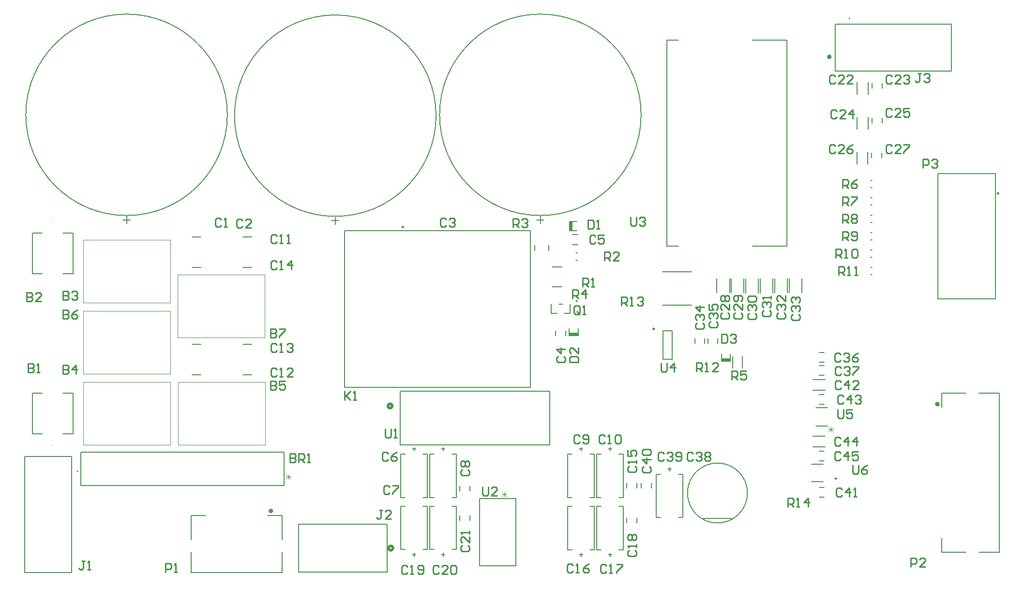
<source format=gto>
G04*
G04 #@! TF.GenerationSoftware,Altium Limited,Altium Designer,24.10.1 (45)*
G04*
G04 Layer_Color=65535*
%FSLAX44Y44*%
%MOMM*%
G71*
G04*
G04 #@! TF.SameCoordinates,05503BBC-DAE6-461F-9388-7E2EE6D9866D*
G04*
G04*
G04 #@! TF.FilePolarity,Positive*
G04*
G01*
G75*
%ADD10C,0.4000*%
%ADD11C,0.2500*%
%ADD12C,0.1524*%
%ADD13C,0.5080*%
%ADD14C,0.2000*%
%ADD15C,0.1000*%
%ADD16C,0.1500*%
%ADD17C,0.1270*%
%ADD18C,0.2540*%
%ADD19C,0.0762*%
%ADD20R,1.5870X0.5080*%
%ADD21R,0.5080X1.5870*%
D10*
X693947Y369964D02*
G03*
X693947Y369964I-2000J0D01*
G01*
X1859960Y556880D02*
G03*
X1859960Y556880I-2000J0D01*
G01*
X1670831Y1164883D02*
G03*
X1670831Y1164883I-2000J0D01*
G01*
D11*
X1965370Y925840D02*
G03*
X1965370Y925840I-1250J0D01*
G01*
X923807Y866890D02*
G03*
X923807Y866890I-1250J0D01*
G01*
X1362979Y688760D02*
G03*
X1362979Y688760I-1250J0D01*
G01*
X1681498Y426550D02*
G03*
X1681498Y426550I-1250J0D01*
G01*
D12*
X1228090Y737108D02*
G03*
X1228090Y737108I-1270J0D01*
G01*
X1339596Y1063460D02*
G03*
X1339596Y1063460I-176276J0D01*
G01*
X615696D02*
G03*
X615696Y1063460I-176276J0D01*
G01*
X980826Y1061983D02*
G03*
X980826Y1061983I-176276J0D01*
G01*
X359480Y472694D02*
X715080D01*
X359480Y414274D02*
Y472694D01*
Y414274D02*
X715080D01*
Y472694D01*
X1205001Y715645D02*
X1215390D01*
Y732155D01*
X1182370Y715645D02*
X1192759D01*
X1182370D02*
Y732155D01*
X1195476D02*
X1202284D01*
X1163320Y873214D02*
Y885914D01*
X1156970Y879564D02*
X1169670D01*
X918210Y485140D02*
Y579120D01*
X1179830D01*
Y485140D02*
Y579120D01*
X918210Y485140D02*
X1179830D01*
X1057070Y391668D02*
X1120570D01*
Y273812D02*
Y391668D01*
X1057070Y273812D02*
X1120570D01*
X1057070D02*
Y391668D01*
X1376707Y788670D02*
X1427453D01*
X1376707Y730250D02*
X1427453D01*
X895350Y262509D02*
Y347091D01*
X740410Y262509D02*
X895350D01*
X740410D02*
Y347091D01*
X895350D01*
X433070Y879564D02*
X445770D01*
X439420Y873214D02*
Y885914D01*
X798201Y878087D02*
X810901D01*
X804551Y871737D02*
Y884437D01*
X1645732Y550398D02*
X1665798D01*
X1645732Y518902D02*
X1665798D01*
D13*
X904240Y553720D02*
G03*
X904240Y553720I-3810J0D01*
G01*
X905510Y304800D02*
G03*
X905510Y304800I-3810J0D01*
G01*
D14*
X354260Y439420D02*
G03*
X354260Y439420I-1000J0D01*
G01*
X1705340Y1232100D02*
G03*
X1705340Y1232100I-1000J0D01*
G01*
X1741440Y844150D02*
X1743440D01*
X1741440Y857650D02*
X1743440D01*
X552447Y319714D02*
Y362214D01*
Y261714D02*
Y297214D01*
Y362214D02*
X577447D01*
X686447D02*
X711447D01*
X552447Y261714D02*
X711447D01*
Y319714D02*
Y362214D01*
Y261714D02*
Y297214D01*
X1959370Y740840D02*
Y960840D01*
X1858870Y740840D02*
X1959370D01*
X1858870D02*
Y960840D01*
X1959370D01*
X1573298Y752009D02*
Y777071D01*
X1595798Y752009D02*
Y777071D01*
X1522498Y751647D02*
Y776709D01*
X1544998Y751647D02*
Y776709D01*
X1547898Y751647D02*
Y776709D01*
X1570398Y751647D02*
Y776709D01*
X1472110Y751985D02*
Y777047D01*
X1494610Y751985D02*
Y777047D01*
X1598698Y752009D02*
Y777071D01*
X1621198Y752009D02*
Y777071D01*
X1497098Y752009D02*
Y777071D01*
X1519598Y752009D02*
Y777071D01*
X820957Y586591D02*
X1146057D01*
Y860890D01*
X820957D02*
X1146057D01*
X820957Y586591D02*
Y860890D01*
X1930710Y576380D02*
X1966210D01*
X1865710D02*
X1908210D01*
X1966210Y297380D02*
Y576380D01*
X1865710Y551380D02*
Y576380D01*
Y297380D02*
Y322380D01*
X1930710Y297380D02*
X1966210D01*
X1865710D02*
X1908210D01*
X1219980Y853808D02*
X1228453D01*
X1219980Y836308D02*
X1228453D01*
X1178360Y826080D02*
Y835080D01*
X1153360Y826080D02*
Y835080D01*
X1451090Y663125D02*
Y671598D01*
X1433590Y663125D02*
Y671598D01*
X1480292Y632351D02*
X1495792D01*
X1480292D02*
Y645051D01*
X1495792Y632351D02*
Y645051D01*
X1516862Y620168D02*
Y640289D01*
X1499862Y620168D02*
Y640289D01*
X1473950Y663189D02*
Y671661D01*
X1456450Y663189D02*
Y671661D01*
X1213990Y676910D02*
X1229490D01*
X1213990D02*
Y689610D01*
X1229490Y676910D02*
Y689610D01*
X1741350Y918610D02*
X1743350D01*
X1741350Y905110D02*
X1743350D01*
X1741440Y888130D02*
X1743440D01*
X1741440Y874630D02*
X1743440D01*
X1741360Y949090D02*
X1743360D01*
X1741360Y935590D02*
X1743360D01*
X1741440Y827170D02*
X1743440D01*
X1741440Y813670D02*
X1743440D01*
X1741440Y796690D02*
X1743440D01*
X1741440Y783190D02*
X1743440D01*
X1736102Y977584D02*
Y998522D01*
X1717039Y977584D02*
Y998522D01*
X1743221Y988303D02*
Y996776D01*
X1760720Y988303D02*
Y996776D01*
X1357490Y409847D02*
Y418320D01*
X1339990Y409847D02*
Y418320D01*
X1234440Y475420D02*
Y481420D01*
X1231440Y478420D02*
X1237440D01*
X1211440Y393420D02*
X1219040D01*
X1249840D02*
X1257440D01*
Y469420D01*
X1211440D02*
X1219040D01*
X1249840D02*
X1257440D01*
X1211440Y393420D02*
Y469420D01*
X1234440Y289980D02*
Y295980D01*
X1231440Y292980D02*
X1237440D01*
X1249840Y377980D02*
X1257440D01*
X1211440D02*
X1219040D01*
X1211440Y301980D02*
Y377980D01*
X1249840Y301980D02*
X1257440D01*
X1211440D02*
X1219040D01*
X1257440D02*
Y377980D01*
X1285240Y289980D02*
Y295980D01*
X1282240Y292980D02*
X1288240D01*
X1300640Y377980D02*
X1308240D01*
X1262240D02*
X1269840D01*
X1262240Y301980D02*
Y377980D01*
X1300640Y301980D02*
X1308240D01*
X1262240D02*
X1269840D01*
X1308240D02*
Y377980D01*
X1332090Y348824D02*
Y357297D01*
X1314590Y348824D02*
Y357297D01*
Y409847D02*
Y418320D01*
X1332090Y409847D02*
Y418320D01*
X1285240Y475420D02*
Y481420D01*
X1282240Y478420D02*
X1288240D01*
X1262240Y393420D02*
X1269840D01*
X1300640D02*
X1308240D01*
Y469420D01*
X1262240D02*
X1269840D01*
X1300640D02*
X1308240D01*
X1262240Y393420D02*
Y469420D01*
X1366380Y358240D02*
Y434240D01*
X1404780D02*
X1412380D01*
X1366380D02*
X1373980D01*
X1412380Y358240D02*
Y434240D01*
X1404780Y358240D02*
X1412380D01*
X1366380D02*
X1373980D01*
X1386380Y443241D02*
X1392380D01*
X1389380Y440240D02*
Y446240D01*
X1736811Y1099511D02*
Y1120449D01*
X1717749Y1099511D02*
Y1120449D01*
X1743930Y1110760D02*
Y1119233D01*
X1761429Y1110760D02*
Y1119233D01*
X1736811Y1038551D02*
Y1059489D01*
X1717749Y1038551D02*
Y1059489D01*
X1743930Y1049334D02*
Y1057806D01*
X1761429Y1049334D02*
Y1057806D01*
X1651465Y411320D02*
X1659938D01*
X1651465Y393820D02*
X1659938D01*
X1640216Y580999D02*
X1661154D01*
X1640216Y600061D02*
X1661154D01*
X1651529Y573880D02*
X1660002D01*
X1651529Y556381D02*
X1660002D01*
X1640746Y481939D02*
X1661684D01*
X1640746Y501001D02*
X1661684D01*
X1651465Y474820D02*
X1659938D01*
X1651465Y457321D02*
X1659938D01*
X1214880Y860930D02*
Y876430D01*
X1227580D01*
X1214880Y860930D02*
X1227580D01*
X274330Y505370D02*
X291880D01*
X274330D02*
Y576470D01*
X291880D01*
X327880D02*
X345430D01*
Y505370D02*
Y576470D01*
X327880Y505370D02*
X345430D01*
X274330Y856578D02*
X291880D01*
X274330Y785478D02*
Y856578D01*
Y785478D02*
X291880D01*
X327880D02*
X345430D01*
Y856578D01*
X327880D02*
X345430D01*
X1207630Y676547D02*
Y685020D01*
X1190130Y676547D02*
Y685020D01*
X942340Y475420D02*
Y481420D01*
X939340Y478420D02*
X945340D01*
X919340Y393420D02*
X926940D01*
X957740D02*
X965340D01*
Y469420D01*
X919340D02*
X926940D01*
X957740D02*
X965340D01*
X919340Y393420D02*
Y469420D01*
X993140Y475420D02*
Y481420D01*
X990140Y478420D02*
X996140D01*
X970140Y393420D02*
X977740D01*
X1008540D02*
X1016140D01*
Y469420D01*
X970140D02*
X977740D01*
X1008540D02*
X1016140D01*
X970140Y393420D02*
Y469420D01*
X1022490Y404767D02*
Y413240D01*
X1039990Y404767D02*
Y413240D01*
X553702Y849975D02*
X569689D01*
X553702Y795945D02*
X569689D01*
X642602Y662015D02*
X658589D01*
X642602Y607985D02*
X658589D01*
X553702D02*
X569689D01*
X553702Y662015D02*
X569689D01*
X642602Y849975D02*
X658589D01*
X642602Y795945D02*
X658589D01*
X942340Y290361D02*
Y296361D01*
X939340Y293360D02*
X945340D01*
X957740Y378360D02*
X965340D01*
X919340D02*
X926940D01*
X919340Y302361D02*
Y378360D01*
X957740Y302361D02*
X965340D01*
X919340D02*
X926940D01*
X965340D02*
Y378360D01*
X993140Y290360D02*
Y296360D01*
X990140Y293360D02*
X996140D01*
X1008540Y378360D02*
X1016140D01*
X970140D02*
X977740D01*
X970140Y302360D02*
Y378360D01*
X1008540Y302360D02*
X1016140D01*
X970140D02*
X977740D01*
X1016140D02*
Y378360D01*
X1039990Y353840D02*
Y362313D01*
X1022490Y353840D02*
Y362313D01*
X1651593Y647540D02*
X1660065D01*
X1651593Y630041D02*
X1660065D01*
X1651465Y624680D02*
X1659938D01*
X1651465Y607180D02*
X1659938D01*
X1448200Y356570D02*
X1498200D01*
X1225730Y822090D02*
X1227730D01*
X1225730Y808590D02*
X1227730D01*
X1378229Y635710D02*
X1394229D01*
X1378229Y685710D02*
X1394229D01*
Y635710D02*
Y685710D01*
X1378229Y635710D02*
Y685710D01*
X1637481Y421300D02*
X1658433D01*
X1637481Y451301D02*
X1658433D01*
D15*
X309880Y484920D02*
G03*
X309880Y483920I0J-500D01*
G01*
D02*
G03*
X309880Y484920I0J500D01*
G01*
Y878028D02*
G03*
X309880Y877028I0J-500D01*
G01*
D02*
G03*
X309880Y878028I0J500D01*
G01*
X363770Y844620D02*
X516220D01*
X363770Y734620D02*
Y844620D01*
Y734620D02*
X516220D01*
Y844620D01*
X363820Y610160D02*
X516270D01*
Y720160D01*
X363820D02*
X516270D01*
X363820Y610160D02*
Y720160D01*
X529631Y485803D02*
X682080D01*
Y595803D01*
X529631D02*
X682080D01*
X529631Y485803D02*
Y595803D01*
X515783Y485600D02*
Y595600D01*
X363333Y485600D02*
X515783D01*
X363333D02*
Y595600D01*
X515783D01*
X528870Y783660D02*
X681320D01*
X528870Y673660D02*
Y783660D01*
Y673660D02*
X681320D01*
Y783660D01*
D16*
X1525700Y401320D02*
G03*
X1525700Y401320I-52500J0D01*
G01*
D17*
X1534831Y1193886D02*
X1594830D01*
X1384831Y833886D02*
X1404831D01*
X1384831Y1193886D02*
X1404831D01*
X1534831Y833886D02*
X1594830D01*
X1384831D02*
Y1193886D01*
X1594830Y833886D02*
Y1193886D01*
X261260Y464820D02*
X343260D01*
X261260Y261620D02*
X343260D01*
Y464820D01*
X261260Y261620D02*
Y464820D01*
X1678940Y1140100D02*
X1882140D01*
X1678940Y1222100D02*
X1882140D01*
Y1140100D02*
Y1222100D01*
X1678940Y1140100D02*
Y1222100D01*
X1183710Y762780D02*
X1201110D01*
X1183710Y796780D02*
X1201110D01*
D18*
X1692274Y843819D02*
Y859054D01*
X1699891D01*
X1702430Y856515D01*
Y851437D01*
X1699891Y848898D01*
X1692274D01*
X1697352D02*
X1702430Y843819D01*
X1707509Y846359D02*
X1710048Y843819D01*
X1715126D01*
X1717665Y846359D01*
Y856515D01*
X1715126Y859054D01*
X1710048D01*
X1707509Y856515D01*
Y853976D01*
X1710048Y851437D01*
X1717665D01*
X507621Y262746D02*
Y277981D01*
X515238D01*
X517777Y275442D01*
Y270364D01*
X515238Y267824D01*
X507621D01*
X522856Y262746D02*
X527934D01*
X525395D01*
Y277981D01*
X522856Y275442D01*
X725106Y469897D02*
Y454663D01*
X732723D01*
X735262Y457202D01*
Y459741D01*
X732723Y462280D01*
X725106D01*
X732723D01*
X735262Y464819D01*
Y467358D01*
X732723Y469897D01*
X725106D01*
X740341Y454663D02*
Y469897D01*
X747958D01*
X750498Y467358D01*
Y462280D01*
X747958Y459741D01*
X740341D01*
X745419D02*
X750498Y454663D01*
X755576D02*
X760654D01*
X758115D01*
Y469897D01*
X755576Y467358D01*
X1832285Y970601D02*
Y985836D01*
X1839903D01*
X1842442Y983297D01*
Y978219D01*
X1839903Y975679D01*
X1832285D01*
X1847520Y983297D02*
X1850060Y985836D01*
X1855138D01*
X1857677Y983297D01*
Y980758D01*
X1855138Y978219D01*
X1852599D01*
X1855138D01*
X1857677Y975679D01*
Y973140D01*
X1855138Y970601D01*
X1850060D01*
X1847520Y973140D01*
X1811024Y271782D02*
Y287017D01*
X1818642D01*
X1821181Y284478D01*
Y279400D01*
X1818642Y276861D01*
X1811024D01*
X1836416Y271782D02*
X1826259D01*
X1836416Y281939D01*
Y284478D01*
X1833877Y287017D01*
X1828798D01*
X1826259Y284478D01*
X1828801Y1135378D02*
X1823723D01*
X1826262D01*
Y1122682D01*
X1823723Y1120143D01*
X1821183D01*
X1818644Y1122682D01*
X1833879Y1132838D02*
X1836418Y1135378D01*
X1841497D01*
X1844036Y1132838D01*
Y1130299D01*
X1841497Y1127760D01*
X1838958D01*
X1841497D01*
X1844036Y1125221D01*
Y1122682D01*
X1841497Y1120143D01*
X1836418D01*
X1833879Y1122682D01*
X886461Y370838D02*
X881383D01*
X883922D01*
Y358142D01*
X881383Y355602D01*
X878843D01*
X876304Y358142D01*
X901696Y355602D02*
X891539D01*
X901696Y365759D01*
Y368298D01*
X899157Y370838D01*
X894078D01*
X891539Y368298D01*
X266703Y627378D02*
Y612143D01*
X274321D01*
X276860Y614682D01*
Y617221D01*
X274321Y619760D01*
X266703D01*
X274321D01*
X276860Y622300D01*
Y624839D01*
X274321Y627378D01*
X266703D01*
X281938Y612143D02*
X287017D01*
X284478D01*
Y627378D01*
X281938Y624839D01*
X264164Y752346D02*
Y737111D01*
X271782D01*
X274321Y739650D01*
Y742189D01*
X271782Y744728D01*
X264164D01*
X271782D01*
X274321Y747267D01*
Y749806D01*
X271782Y752346D01*
X264164D01*
X289556Y737111D02*
X279399D01*
X289556Y747267D01*
Y749806D01*
X287017Y752346D01*
X281938D01*
X279399Y749806D01*
X327664Y754378D02*
Y739143D01*
X335282D01*
X337821Y741682D01*
Y744221D01*
X335282Y746760D01*
X327664D01*
X335282D01*
X337821Y749299D01*
Y751838D01*
X335282Y754378D01*
X327664D01*
X342899Y751838D02*
X345438Y754378D01*
X350517D01*
X353056Y751838D01*
Y749299D01*
X350517Y746760D01*
X347977D01*
X350517D01*
X353056Y744221D01*
Y741682D01*
X350517Y739143D01*
X345438D01*
X342899Y741682D01*
X327664Y624837D02*
Y609603D01*
X335282D01*
X337821Y612142D01*
Y614681D01*
X335282Y617220D01*
X327664D01*
X335282D01*
X337821Y619759D01*
Y622298D01*
X335282Y624837D01*
X327664D01*
X350517Y609603D02*
Y624837D01*
X342899Y617220D01*
X353056D01*
X690884Y596898D02*
Y581662D01*
X698502D01*
X701041Y584202D01*
Y586741D01*
X698502Y589280D01*
X690884D01*
X698502D01*
X701041Y591819D01*
Y594358D01*
X698502Y596898D01*
X690884D01*
X716276D02*
X706119D01*
Y589280D01*
X711198Y591819D01*
X713737D01*
X716276Y589280D01*
Y584202D01*
X713737Y581662D01*
X708658D01*
X706119Y584202D01*
X327664Y721357D02*
Y706123D01*
X335282D01*
X337821Y708662D01*
Y711201D01*
X335282Y713740D01*
X327664D01*
X335282D01*
X337821Y716279D01*
Y718818D01*
X335282Y721357D01*
X327664D01*
X353056D02*
X347977Y718818D01*
X342899Y713740D01*
Y708662D01*
X345438Y706123D01*
X350517D01*
X353056Y708662D01*
Y711201D01*
X350517Y713740D01*
X342899D01*
X690884Y688337D02*
Y673102D01*
X698502D01*
X701041Y675642D01*
Y678181D01*
X698502Y680720D01*
X690884D01*
X698502D01*
X701041Y683259D01*
Y685798D01*
X698502Y688337D01*
X690884D01*
X706119D02*
X716276D01*
Y685798D01*
X706119Y675642D01*
Y673102D01*
X604520Y879778D02*
X601981Y882317D01*
X596903D01*
X594363Y879778D01*
Y869622D01*
X596903Y867082D01*
X601981D01*
X604520Y869622D01*
X609598Y867082D02*
X614677D01*
X612138D01*
Y882317D01*
X609598Y879778D01*
X641991Y878301D02*
X639452Y880841D01*
X634374D01*
X631835Y878301D01*
Y868145D01*
X634374Y865605D01*
X639452D01*
X641991Y868145D01*
X657226Y865605D02*
X647070D01*
X657226Y875762D01*
Y878301D01*
X654687Y880841D01*
X649609D01*
X647070Y878301D01*
X998221Y879778D02*
X995682Y882317D01*
X990603D01*
X988064Y879778D01*
Y869622D01*
X990603Y867082D01*
X995682D01*
X998221Y869622D01*
X1003299Y879778D02*
X1005838Y882317D01*
X1010917D01*
X1013456Y879778D01*
Y877239D01*
X1010917Y874700D01*
X1008378D01*
X1010917D01*
X1013456Y872161D01*
Y869622D01*
X1010917Y867082D01*
X1005838D01*
X1003299Y869622D01*
X1193802Y640081D02*
X1191263Y637542D01*
Y632463D01*
X1193802Y629924D01*
X1203959D01*
X1206498Y632463D01*
Y637542D01*
X1203959Y640081D01*
X1206498Y652777D02*
X1191263D01*
X1198880Y645159D01*
Y655316D01*
X1259777Y850136D02*
X1257238Y852675D01*
X1252160D01*
X1249621Y850136D01*
Y839980D01*
X1252160Y837440D01*
X1257238D01*
X1259777Y839980D01*
X1275012Y852675D02*
X1264856D01*
Y845058D01*
X1269934Y847597D01*
X1272473D01*
X1275012Y845058D01*
Y839980D01*
X1272473Y837440D01*
X1267395D01*
X1264856Y839980D01*
X896621Y469898D02*
X894082Y472438D01*
X889003D01*
X886464Y469898D01*
Y459742D01*
X889003Y457202D01*
X894082D01*
X896621Y459742D01*
X911856Y472438D02*
X906777Y469898D01*
X901699Y464820D01*
Y459742D01*
X904238Y457202D01*
X909317D01*
X911856Y459742D01*
Y462281D01*
X909317Y464820D01*
X901699D01*
X899161Y411478D02*
X896622Y414017D01*
X891543D01*
X889004Y411478D01*
Y401322D01*
X891543Y398783D01*
X896622D01*
X899161Y401322D01*
X904239Y414017D02*
X914396D01*
Y411478D01*
X904239Y401322D01*
Y398783D01*
X1026162Y442024D02*
X1023623Y439485D01*
Y434407D01*
X1026162Y431868D01*
X1036318D01*
X1038857Y434407D01*
Y439485D01*
X1036318Y442024D01*
X1026162Y447103D02*
X1023623Y449642D01*
Y454720D01*
X1026162Y457259D01*
X1028701D01*
X1031240Y454720D01*
X1033779Y457259D01*
X1036318D01*
X1038857Y454720D01*
Y449642D01*
X1036318Y447103D01*
X1033779D01*
X1031240Y449642D01*
X1028701Y447103D01*
X1026162D01*
X1031240Y449642D02*
Y454720D01*
X1231901Y500370D02*
X1229362Y502910D01*
X1224283D01*
X1221744Y500370D01*
Y490214D01*
X1224283Y487674D01*
X1229362D01*
X1231901Y490214D01*
X1236979D02*
X1239518Y487674D01*
X1244597D01*
X1247136Y490214D01*
Y500370D01*
X1244597Y502910D01*
X1239518D01*
X1236979Y500370D01*
Y497831D01*
X1239518Y495292D01*
X1247136D01*
X1276353Y500378D02*
X1273814Y502918D01*
X1268735D01*
X1266196Y500378D01*
Y490222D01*
X1268735Y487682D01*
X1273814D01*
X1276353Y490222D01*
X1281431Y487682D02*
X1286510D01*
X1283970D01*
Y502918D01*
X1281431Y500378D01*
X1294127D02*
X1296666Y502918D01*
X1301745D01*
X1304284Y500378D01*
Y490222D01*
X1301745Y487682D01*
X1296666D01*
X1294127Y490222D01*
Y500378D01*
X702312Y850898D02*
X699773Y853438D01*
X694695D01*
X692155Y850898D01*
Y840742D01*
X694695Y838203D01*
X699773D01*
X702312Y840742D01*
X707390Y838203D02*
X712469D01*
X709930D01*
Y853438D01*
X707390Y850898D01*
X720086Y838203D02*
X725165D01*
X722626D01*
Y853438D01*
X720086Y850898D01*
X702313Y617218D02*
X699774Y619757D01*
X694695D01*
X692156Y617218D01*
Y607062D01*
X694695Y604523D01*
X699774D01*
X702313Y607062D01*
X707391Y604523D02*
X712470D01*
X709930D01*
Y619757D01*
X707391Y617218D01*
X730244Y604523D02*
X720087D01*
X730244Y614679D01*
Y617218D01*
X727705Y619757D01*
X722626D01*
X720087Y617218D01*
X702313Y660398D02*
X699774Y662937D01*
X694695D01*
X692156Y660398D01*
Y650242D01*
X694695Y647702D01*
X699774D01*
X702313Y650242D01*
X707391Y647702D02*
X712470D01*
X709930D01*
Y662937D01*
X707391Y660398D01*
X720087D02*
X722626Y662937D01*
X727705D01*
X730244Y660398D01*
Y657859D01*
X727705Y655320D01*
X725165D01*
X727705D01*
X730244Y652781D01*
Y650242D01*
X727705Y647702D01*
X722626D01*
X720087Y650242D01*
X702313Y805178D02*
X699774Y807718D01*
X694695D01*
X692156Y805178D01*
Y795022D01*
X694695Y792483D01*
X699774D01*
X702313Y795022D01*
X707391Y792483D02*
X712470D01*
X709930D01*
Y807718D01*
X707391Y805178D01*
X727705Y792483D02*
Y807718D01*
X720087Y800100D01*
X730244D01*
X1318262Y448440D02*
X1315722Y445901D01*
Y440822D01*
X1318262Y438283D01*
X1328418D01*
X1330957Y440822D01*
Y445901D01*
X1328418Y448440D01*
X1330957Y453518D02*
Y458596D01*
Y456057D01*
X1315722D01*
X1318262Y453518D01*
X1315722Y476371D02*
Y466214D01*
X1323340D01*
X1320801Y471292D01*
Y473832D01*
X1323340Y476371D01*
X1328418D01*
X1330957Y473832D01*
Y468753D01*
X1328418Y466214D01*
X1220473Y274318D02*
X1217934Y276857D01*
X1212855D01*
X1210316Y274318D01*
Y264162D01*
X1212855Y261623D01*
X1217934D01*
X1220473Y264162D01*
X1225551Y261623D02*
X1230630D01*
X1228090D01*
Y276857D01*
X1225551Y274318D01*
X1248404Y276857D02*
X1243326Y274318D01*
X1238247Y269240D01*
Y264162D01*
X1240786Y261623D01*
X1245865D01*
X1248404Y264162D01*
Y266701D01*
X1245865Y269240D01*
X1238247D01*
X1278893Y273938D02*
X1276354Y276478D01*
X1271275D01*
X1268736Y273938D01*
Y263782D01*
X1271275Y261243D01*
X1276354D01*
X1278893Y263782D01*
X1283971Y261243D02*
X1289050D01*
X1286510D01*
Y276478D01*
X1283971Y273938D01*
X1296667Y276478D02*
X1306824D01*
Y273938D01*
X1296667Y263782D01*
Y261243D01*
X1318262Y301057D02*
X1315722Y298518D01*
Y293439D01*
X1318262Y290900D01*
X1328418D01*
X1330957Y293439D01*
Y298518D01*
X1328418Y301057D01*
X1330957Y306135D02*
Y311213D01*
Y308674D01*
X1315722D01*
X1318262Y306135D01*
Y318831D02*
X1315722Y321370D01*
Y326449D01*
X1318262Y328988D01*
X1320801D01*
X1323340Y326449D01*
X1325879Y328988D01*
X1328418D01*
X1330957Y326449D01*
Y321370D01*
X1328418Y318831D01*
X1325879D01*
X1323340Y321370D01*
X1320801Y318831D01*
X1318262D01*
X1323340Y321370D02*
Y326449D01*
X930913Y271778D02*
X928374Y274317D01*
X923295D01*
X920756Y271778D01*
Y261622D01*
X923295Y259083D01*
X928374D01*
X930913Y261622D01*
X935991Y259083D02*
X941070D01*
X938530D01*
Y274317D01*
X935991Y271778D01*
X948687Y261622D02*
X951226Y259083D01*
X956305D01*
X958844Y261622D01*
Y271778D01*
X956305Y274317D01*
X951226D01*
X948687Y271778D01*
Y269239D01*
X951226Y266700D01*
X958844D01*
X985523Y271778D02*
X982984Y274317D01*
X977906D01*
X975367Y271778D01*
Y261622D01*
X977906Y259083D01*
X982984D01*
X985523Y261622D01*
X1000758Y259083D02*
X990602D01*
X1000758Y269239D01*
Y271778D01*
X998219Y274317D01*
X993141D01*
X990602Y271778D01*
X1005837D02*
X1008376Y274317D01*
X1013454D01*
X1015993Y271778D01*
Y261622D01*
X1013454Y259083D01*
X1008376D01*
X1005837Y261622D01*
Y271778D01*
X1026162Y309819D02*
X1023622Y307280D01*
Y302202D01*
X1026162Y299662D01*
X1036318D01*
X1038857Y302202D01*
Y307280D01*
X1036318Y309819D01*
X1038857Y325054D02*
Y314897D01*
X1028701Y325054D01*
X1026162D01*
X1023622Y322515D01*
Y317437D01*
X1026162Y314897D01*
X1038857Y330133D02*
Y335211D01*
Y332672D01*
X1023622D01*
X1026162Y330133D01*
X1679103Y1130298D02*
X1676564Y1132838D01*
X1671486D01*
X1668947Y1130298D01*
Y1120142D01*
X1671486Y1117602D01*
X1676564D01*
X1679103Y1120142D01*
X1694338Y1117602D02*
X1684182D01*
X1694338Y1127759D01*
Y1130298D01*
X1691799Y1132838D01*
X1686721D01*
X1684182Y1130298D01*
X1709574Y1117602D02*
X1699417D01*
X1709574Y1127759D01*
Y1130298D01*
X1707034Y1132838D01*
X1701956D01*
X1699417Y1130298D01*
X1778003D02*
X1775464Y1132838D01*
X1770386D01*
X1767847Y1130298D01*
Y1120142D01*
X1770386Y1117602D01*
X1775464D01*
X1778003Y1120142D01*
X1793238Y1117602D02*
X1783082D01*
X1793238Y1127759D01*
Y1130298D01*
X1790699Y1132838D01*
X1785621D01*
X1783082Y1130298D01*
X1798317D02*
X1800856Y1132838D01*
X1805934D01*
X1808473Y1130298D01*
Y1127759D01*
X1805934Y1125220D01*
X1803395D01*
X1805934D01*
X1808473Y1122681D01*
Y1120142D01*
X1805934Y1117602D01*
X1800856D01*
X1798317Y1120142D01*
X1681483Y1069338D02*
X1678944Y1071878D01*
X1673866D01*
X1671327Y1069338D01*
Y1059182D01*
X1673866Y1056643D01*
X1678944D01*
X1681483Y1059182D01*
X1696718Y1056643D02*
X1686562D01*
X1696718Y1066799D01*
Y1069338D01*
X1694179Y1071878D01*
X1689101D01*
X1686562Y1069338D01*
X1709414Y1056643D02*
Y1071878D01*
X1701797Y1064260D01*
X1711953D01*
X1778003Y1071878D02*
X1775464Y1074417D01*
X1770386D01*
X1767847Y1071878D01*
Y1061722D01*
X1770386Y1059183D01*
X1775464D01*
X1778003Y1061722D01*
X1793238Y1059183D02*
X1783082D01*
X1793238Y1069339D01*
Y1071878D01*
X1790699Y1074417D01*
X1785621D01*
X1783082Y1071878D01*
X1808473Y1074417D02*
X1798317D01*
Y1066800D01*
X1803395Y1069339D01*
X1805934D01*
X1808473Y1066800D01*
Y1061722D01*
X1805934Y1059183D01*
X1800856D01*
X1798317Y1061722D01*
X1678943Y1008378D02*
X1676404Y1010918D01*
X1671326D01*
X1668787Y1008378D01*
Y998222D01*
X1671326Y995683D01*
X1676404D01*
X1678943Y998222D01*
X1694178Y995683D02*
X1684022D01*
X1694178Y1005839D01*
Y1008378D01*
X1691639Y1010918D01*
X1686561D01*
X1684022Y1008378D01*
X1709413Y1010918D02*
X1704335Y1008378D01*
X1699257Y1003300D01*
Y998222D01*
X1701796Y995683D01*
X1706874D01*
X1709413Y998222D01*
Y1000761D01*
X1706874Y1003300D01*
X1699257D01*
X1778003Y1008378D02*
X1775464Y1010918D01*
X1770386D01*
X1767847Y1008378D01*
Y998222D01*
X1770386Y995683D01*
X1775464D01*
X1778003Y998222D01*
X1793238Y995683D02*
X1783082D01*
X1793238Y1005839D01*
Y1008378D01*
X1790699Y1010918D01*
X1785621D01*
X1783082Y1008378D01*
X1798317Y1010918D02*
X1808473D01*
Y1008378D01*
X1798317Y998222D01*
Y995683D01*
X1480822Y716283D02*
X1478282Y713744D01*
Y708666D01*
X1480822Y706127D01*
X1490978D01*
X1493517Y708666D01*
Y713744D01*
X1490978Y716283D01*
X1493517Y731518D02*
Y721362D01*
X1483361Y731518D01*
X1480822D01*
X1478282Y728979D01*
Y723901D01*
X1480822Y721362D01*
Y736597D02*
X1478282Y739136D01*
Y744214D01*
X1480822Y746753D01*
X1483361D01*
X1485900Y744214D01*
X1488439Y746753D01*
X1490978D01*
X1493517Y744214D01*
Y739136D01*
X1490978Y736597D01*
X1488439D01*
X1485900Y739136D01*
X1483361Y736597D01*
X1480822D01*
X1485900Y739136D02*
Y744214D01*
X1503899Y716820D02*
X1501360Y714281D01*
Y709202D01*
X1503899Y706663D01*
X1514056D01*
X1516595Y709202D01*
Y714281D01*
X1514056Y716820D01*
X1516595Y732055D02*
Y721898D01*
X1506438Y732055D01*
X1503899D01*
X1501360Y729516D01*
Y724438D01*
X1503899Y721898D01*
X1514056Y737133D02*
X1516595Y739673D01*
Y744751D01*
X1514056Y747290D01*
X1503899D01*
X1501360Y744751D01*
Y739673D01*
X1503899Y737133D01*
X1506438D01*
X1508977Y739673D01*
Y747290D01*
X1528669Y715921D02*
X1526130Y713382D01*
Y708304D01*
X1528669Y705764D01*
X1538826D01*
X1541365Y708304D01*
Y713382D01*
X1538826Y715921D01*
X1528669Y720999D02*
X1526130Y723539D01*
Y728617D01*
X1528669Y731156D01*
X1531208D01*
X1533748Y728617D01*
Y726078D01*
Y728617D01*
X1536287Y731156D01*
X1538826D01*
X1541365Y728617D01*
Y723539D01*
X1538826Y720999D01*
X1528669Y736235D02*
X1526130Y738774D01*
Y743852D01*
X1528669Y746391D01*
X1538826D01*
X1541365Y743852D01*
Y738774D01*
X1538826Y736235D01*
X1528669D01*
X1554069Y720638D02*
X1551530Y718099D01*
Y713020D01*
X1554069Y710481D01*
X1564226D01*
X1566765Y713020D01*
Y718099D01*
X1564226Y720638D01*
X1554069Y725716D02*
X1551530Y728256D01*
Y733334D01*
X1554069Y735873D01*
X1556608D01*
X1559148Y733334D01*
Y730795D01*
Y733334D01*
X1561687Y735873D01*
X1564226D01*
X1566765Y733334D01*
Y728256D01*
X1564226Y725716D01*
X1566765Y740952D02*
Y746030D01*
Y743491D01*
X1551530D01*
X1554069Y740952D01*
X1579469Y716646D02*
X1576930Y714106D01*
Y709028D01*
X1579469Y706489D01*
X1589626D01*
X1592165Y709028D01*
Y714106D01*
X1589626Y716646D01*
X1579469Y721724D02*
X1576930Y724263D01*
Y729341D01*
X1579469Y731881D01*
X1582009D01*
X1584548Y729341D01*
Y726802D01*
Y729341D01*
X1587087Y731881D01*
X1589626D01*
X1592165Y729341D01*
Y724263D01*
X1589626Y721724D01*
X1592165Y747116D02*
Y736959D01*
X1582009Y747116D01*
X1579469D01*
X1576930Y744576D01*
Y739498D01*
X1579469Y736959D01*
X1604869Y714106D02*
X1602330Y711566D01*
Y706488D01*
X1604869Y703949D01*
X1615026D01*
X1617565Y706488D01*
Y711566D01*
X1615026Y714106D01*
X1604869Y719184D02*
X1602330Y721723D01*
Y726801D01*
X1604869Y729341D01*
X1607408D01*
X1609948Y726801D01*
Y724262D01*
Y726801D01*
X1612487Y729341D01*
X1615026D01*
X1617565Y726801D01*
Y721723D01*
X1615026Y719184D01*
X1604869Y734419D02*
X1602330Y736958D01*
Y742037D01*
X1604869Y744576D01*
X1607408D01*
X1609948Y742037D01*
Y739497D01*
Y742037D01*
X1612487Y744576D01*
X1615026D01*
X1617565Y742037D01*
Y736958D01*
X1615026Y734419D01*
X1437516Y698506D02*
X1434977Y695967D01*
Y690889D01*
X1437516Y688349D01*
X1447672D01*
X1450212Y690889D01*
Y695967D01*
X1447672Y698506D01*
X1437516Y703584D02*
X1434977Y706124D01*
Y711202D01*
X1437516Y713741D01*
X1440055D01*
X1442594Y711202D01*
Y708663D01*
Y711202D01*
X1445133Y713741D01*
X1447672D01*
X1450212Y711202D01*
Y706124D01*
X1447672Y703584D01*
X1450212Y726437D02*
X1434977D01*
X1442594Y718820D01*
Y728976D01*
X1460502Y701043D02*
X1457962Y698504D01*
Y693426D01*
X1460502Y690887D01*
X1470658D01*
X1473197Y693426D01*
Y698504D01*
X1470658Y701043D01*
X1460502Y706122D02*
X1457962Y708661D01*
Y713739D01*
X1460502Y716278D01*
X1463041D01*
X1465580Y713739D01*
Y711200D01*
Y713739D01*
X1468119Y716278D01*
X1470658D01*
X1473197Y713739D01*
Y708661D01*
X1470658Y706122D01*
X1457962Y731513D02*
Y721357D01*
X1465580D01*
X1463041Y726435D01*
Y728974D01*
X1465580Y731513D01*
X1470658D01*
X1473197Y728974D01*
Y723896D01*
X1470658Y721357D01*
X1688852Y643869D02*
X1686313Y646408D01*
X1681234D01*
X1678695Y643869D01*
Y633712D01*
X1681234Y631173D01*
X1686313D01*
X1688852Y633712D01*
X1693930Y643869D02*
X1696470Y646408D01*
X1701548D01*
X1704087Y643869D01*
Y641329D01*
X1701548Y638790D01*
X1699009D01*
X1701548D01*
X1704087Y636251D01*
Y633712D01*
X1701548Y631173D01*
X1696470D01*
X1693930Y633712D01*
X1719322Y646408D02*
X1714244Y643869D01*
X1709165Y638790D01*
Y633712D01*
X1711705Y631173D01*
X1716783D01*
X1719322Y633712D01*
Y636251D01*
X1716783Y638790D01*
X1709165D01*
X1689198Y620379D02*
X1686659Y622918D01*
X1681581D01*
X1679042Y620379D01*
Y610223D01*
X1681581Y607683D01*
X1686659D01*
X1689198Y610223D01*
X1694277Y620379D02*
X1696816Y622918D01*
X1701894D01*
X1704433Y620379D01*
Y617840D01*
X1701894Y615301D01*
X1699355D01*
X1701894D01*
X1704433Y612762D01*
Y610223D01*
X1701894Y607683D01*
X1696816D01*
X1694277Y610223D01*
X1709512Y622918D02*
X1719668D01*
Y620379D01*
X1709512Y610223D01*
Y607683D01*
X1430023Y469898D02*
X1427484Y472438D01*
X1422406D01*
X1419867Y469898D01*
Y459742D01*
X1422406Y457202D01*
X1427484D01*
X1430023Y459742D01*
X1435102Y469898D02*
X1437641Y472438D01*
X1442719D01*
X1445258Y469898D01*
Y467359D01*
X1442719Y464820D01*
X1440180D01*
X1442719D01*
X1445258Y462281D01*
Y459742D01*
X1442719Y457202D01*
X1437641D01*
X1435102Y459742D01*
X1450337Y469898D02*
X1452876Y472438D01*
X1457954D01*
X1460493Y469898D01*
Y467359D01*
X1457954Y464820D01*
X1460493Y462281D01*
Y459742D01*
X1457954Y457202D01*
X1452876D01*
X1450337Y459742D01*
Y462281D01*
X1452876Y464820D01*
X1450337Y467359D01*
Y469898D01*
X1452876Y464820D02*
X1457954D01*
X1379223Y469898D02*
X1376684Y472438D01*
X1371606D01*
X1369067Y469898D01*
Y459742D01*
X1371606Y457202D01*
X1376684D01*
X1379223Y459742D01*
X1384302Y469898D02*
X1386841Y472438D01*
X1391919D01*
X1394458Y469898D01*
Y467359D01*
X1391919Y464820D01*
X1389380D01*
X1391919D01*
X1394458Y462281D01*
Y459742D01*
X1391919Y457202D01*
X1386841D01*
X1384302Y459742D01*
X1399537D02*
X1402076Y457202D01*
X1407154D01*
X1409693Y459742D01*
Y469898D01*
X1407154Y472438D01*
X1402076D01*
X1399537Y469898D01*
Y467359D01*
X1402076Y464820D01*
X1409693D01*
X1343662Y447043D02*
X1341122Y444504D01*
Y439426D01*
X1343662Y436887D01*
X1353818D01*
X1356358Y439426D01*
Y444504D01*
X1353818Y447043D01*
X1356358Y459739D02*
X1341122D01*
X1348740Y452122D01*
Y462278D01*
X1343662Y467357D02*
X1341122Y469896D01*
Y474974D01*
X1343662Y477513D01*
X1353818D01*
X1356358Y474974D01*
Y469896D01*
X1353818Y467357D01*
X1343662D01*
X1691328Y407649D02*
X1688788Y410188D01*
X1683710D01*
X1681171Y407649D01*
Y397492D01*
X1683710Y394953D01*
X1688788D01*
X1691328Y397492D01*
X1704024Y394953D02*
Y410188D01*
X1696406Y402570D01*
X1706563D01*
X1711641Y394953D02*
X1716720D01*
X1714180D01*
Y410188D01*
X1711641Y407649D01*
X1689318Y595609D02*
X1686779Y598148D01*
X1681701D01*
X1679162Y595609D01*
Y585452D01*
X1681701Y582913D01*
X1686779D01*
X1689318Y585452D01*
X1702014Y582913D02*
Y598148D01*
X1694397Y590530D01*
X1704553D01*
X1719789Y582913D02*
X1709632D01*
X1719789Y593069D01*
Y595609D01*
X1717249Y598148D01*
X1712171D01*
X1709632Y595609D01*
X1693869Y570209D02*
X1691329Y572748D01*
X1686251D01*
X1683712Y570209D01*
Y560052D01*
X1686251Y557513D01*
X1691329D01*
X1693869Y560052D01*
X1706564Y557513D02*
Y572748D01*
X1698947Y565130D01*
X1709104D01*
X1714182Y570209D02*
X1716721Y572748D01*
X1721799D01*
X1724339Y570209D01*
Y567669D01*
X1721799Y565130D01*
X1719260D01*
X1721799D01*
X1724339Y562591D01*
Y560052D01*
X1721799Y557513D01*
X1716721D01*
X1714182Y560052D01*
X1688788Y496549D02*
X1686249Y499088D01*
X1681171D01*
X1678632Y496549D01*
Y486392D01*
X1681171Y483853D01*
X1686249D01*
X1688788Y486392D01*
X1701484Y483853D02*
Y499088D01*
X1693867Y491470D01*
X1704024D01*
X1716720Y483853D02*
Y499088D01*
X1709102Y491470D01*
X1719259D01*
X1688788Y471149D02*
X1686249Y473688D01*
X1681171D01*
X1678632Y471149D01*
Y460992D01*
X1681171Y458453D01*
X1686249D01*
X1688788Y460992D01*
X1701484Y458453D02*
Y473688D01*
X1693867Y466070D01*
X1704024D01*
X1719259Y473688D02*
X1709102D01*
Y466070D01*
X1714180Y468610D01*
X1716720D01*
X1719259Y466070D01*
Y460992D01*
X1716720Y458453D01*
X1711641D01*
X1709102Y460992D01*
X1246633Y878838D02*
Y863603D01*
X1254251D01*
X1256790Y866142D01*
Y876298D01*
X1254251Y878838D01*
X1246633D01*
X1261868Y863603D02*
X1266947D01*
X1264408D01*
Y878838D01*
X1261868Y876298D01*
X1214122Y629924D02*
X1229358D01*
Y637542D01*
X1226818Y640081D01*
X1216662D01*
X1214122Y637542D01*
Y629924D01*
X1229358Y655316D02*
Y645159D01*
X1219201Y655316D01*
X1216662D01*
X1214122Y652777D01*
Y647698D01*
X1216662Y645159D01*
X1480426Y679339D02*
Y664104D01*
X1488044D01*
X1490583Y666643D01*
Y676800D01*
X1488044Y679339D01*
X1480426D01*
X1495661Y676800D02*
X1498200Y679339D01*
X1503279D01*
X1505818Y676800D01*
Y674261D01*
X1503279Y671721D01*
X1500739D01*
X1503279D01*
X1505818Y669182D01*
Y666643D01*
X1503279Y664104D01*
X1498200D01*
X1495661Y666643D01*
X365760Y281938D02*
X360682D01*
X363221D01*
Y269242D01*
X360682Y266702D01*
X358143D01*
X355603Y269242D01*
X370838Y266702D02*
X375917D01*
X373378D01*
Y281938D01*
X370838Y279398D01*
X820423Y579118D02*
Y563882D01*
Y568961D01*
X830580Y579118D01*
X822962Y571500D01*
X830580Y563882D01*
X835658D02*
X840737D01*
X838198D01*
Y579118D01*
X835658Y576578D01*
X1231900Y716282D02*
Y726438D01*
X1229361Y728978D01*
X1224283D01*
X1221743Y726438D01*
Y716282D01*
X1224283Y713743D01*
X1229361D01*
X1226822Y718821D02*
X1231900Y713743D01*
X1229361D02*
X1231900Y716282D01*
X1236978Y713743D02*
X1242057D01*
X1239518D01*
Y728978D01*
X1236978Y726438D01*
X1236984Y762002D02*
Y777237D01*
X1244601D01*
X1247141Y774698D01*
Y769620D01*
X1244601Y767081D01*
X1236984D01*
X1242062D02*
X1247141Y762002D01*
X1252219D02*
X1257297D01*
X1254758D01*
Y777237D01*
X1252219Y774698D01*
X1275084Y807722D02*
Y822958D01*
X1282702D01*
X1285241Y820418D01*
Y815340D01*
X1282702Y812801D01*
X1275084D01*
X1280163D02*
X1285241Y807722D01*
X1300476D02*
X1290319D01*
X1300476Y817879D01*
Y820418D01*
X1297937Y822958D01*
X1292858D01*
X1290319Y820418D01*
X1115064Y866143D02*
Y881377D01*
X1122682D01*
X1125221Y878838D01*
Y873760D01*
X1122682Y871221D01*
X1115064D01*
X1120143D02*
X1125221Y866143D01*
X1130299Y878838D02*
X1132838Y881377D01*
X1137917D01*
X1140456Y878838D01*
Y876299D01*
X1137917Y873760D01*
X1135378D01*
X1137917D01*
X1140456Y871221D01*
Y868682D01*
X1137917Y866143D01*
X1132838D01*
X1130299Y868682D01*
X1219204Y741683D02*
Y756917D01*
X1226822D01*
X1229361Y754378D01*
Y749300D01*
X1226822Y746761D01*
X1219204D01*
X1224283D02*
X1229361Y741683D01*
X1242057D02*
Y756917D01*
X1234439Y749300D01*
X1244596D01*
X1498206Y599751D02*
Y614986D01*
X1505824D01*
X1508363Y612447D01*
Y607369D01*
X1505824Y604829D01*
X1498206D01*
X1503284D02*
X1508363Y599751D01*
X1523598Y614986D02*
X1513441D01*
Y607369D01*
X1518519Y609908D01*
X1521059D01*
X1523598Y607369D01*
Y602290D01*
X1521059Y599751D01*
X1515980D01*
X1513441Y602290D01*
X1692193Y935259D02*
Y950495D01*
X1699811D01*
X1702350Y947955D01*
Y942877D01*
X1699811Y940338D01*
X1692193D01*
X1697272D02*
X1702350Y935259D01*
X1717585Y950495D02*
X1712507Y947955D01*
X1707428Y942877D01*
Y937799D01*
X1709967Y935259D01*
X1715046D01*
X1717585Y937799D01*
Y940338D01*
X1715046Y942877D01*
X1707428D01*
X1691874Y904779D02*
Y920014D01*
X1699491D01*
X1702030Y917475D01*
Y912397D01*
X1699491Y909858D01*
X1691874D01*
X1696952D02*
X1702030Y904779D01*
X1707109Y920014D02*
X1717265D01*
Y917475D01*
X1707109Y907319D01*
Y904779D01*
X1691964Y874299D02*
Y889535D01*
X1699581D01*
X1702120Y886995D01*
Y881917D01*
X1699581Y879378D01*
X1691964D01*
X1697042D02*
X1702120Y874299D01*
X1707199Y886995D02*
X1709738Y889535D01*
X1714816D01*
X1717355Y886995D01*
Y884456D01*
X1714816Y881917D01*
X1717355Y879378D01*
Y876839D01*
X1714816Y874299D01*
X1709738D01*
X1707199Y876839D01*
Y879378D01*
X1709738Y881917D01*
X1707199Y884456D01*
Y886995D01*
X1709738Y881917D02*
X1714816D01*
X1680226Y813339D02*
Y828575D01*
X1687843D01*
X1690383Y826035D01*
Y820957D01*
X1687843Y818418D01*
X1680226D01*
X1685304D02*
X1690383Y813339D01*
X1695461D02*
X1700539D01*
X1698000D01*
Y828575D01*
X1695461Y826035D01*
X1708157D02*
X1710696Y828575D01*
X1715774D01*
X1718314Y826035D01*
Y815879D01*
X1715774Y813339D01*
X1710696D01*
X1708157Y815879D01*
Y826035D01*
X1685615Y782859D02*
Y798094D01*
X1693233D01*
X1695772Y795555D01*
Y790477D01*
X1693233Y787938D01*
X1685615D01*
X1690693D02*
X1695772Y782859D01*
X1700850D02*
X1705928D01*
X1703389D01*
Y798094D01*
X1700850Y795555D01*
X1713546Y782859D02*
X1718624D01*
X1716085D01*
Y798094D01*
X1713546Y795555D01*
X1435996Y614151D02*
Y629386D01*
X1443614D01*
X1446153Y626847D01*
Y621768D01*
X1443614Y619229D01*
X1435996D01*
X1441075D02*
X1446153Y614151D01*
X1451231D02*
X1456310D01*
X1453770D01*
Y629386D01*
X1451231Y626847D01*
X1474084Y614151D02*
X1463927D01*
X1474084Y624308D01*
Y626847D01*
X1471545Y629386D01*
X1466466D01*
X1463927Y626847D01*
X1304926Y729519D02*
Y744754D01*
X1312543D01*
X1315082Y742215D01*
Y737137D01*
X1312543Y734598D01*
X1304926D01*
X1310004D02*
X1315082Y729519D01*
X1320161D02*
X1325239D01*
X1322700D01*
Y744754D01*
X1320161Y742215D01*
X1332857D02*
X1335396Y744754D01*
X1340474D01*
X1343013Y742215D01*
Y739676D01*
X1340474Y737137D01*
X1337935D01*
X1340474D01*
X1343013Y734598D01*
Y732059D01*
X1340474Y729519D01*
X1335396D01*
X1332857Y732059D01*
X1596081Y377173D02*
Y392408D01*
X1603699D01*
X1606238Y389869D01*
Y384790D01*
X1603699Y382251D01*
X1596081D01*
X1601160D02*
X1606238Y377173D01*
X1611317D02*
X1616395D01*
X1613856D01*
Y392408D01*
X1611317Y389869D01*
X1631630Y377173D02*
Y392408D01*
X1624012Y384790D01*
X1634169D01*
X891543Y513077D02*
Y500381D01*
X894082Y497842D01*
X899161D01*
X901700Y500381D01*
Y513077D01*
X906778Y497842D02*
X911857D01*
X909318D01*
Y513077D01*
X906778Y510538D01*
X1061724Y411478D02*
Y398782D01*
X1064263Y396242D01*
X1069342D01*
X1071881Y398782D01*
Y411478D01*
X1087116Y396242D02*
X1076959D01*
X1087116Y406399D01*
Y408938D01*
X1084577Y411478D01*
X1079498D01*
X1076959Y408938D01*
X1320804Y883917D02*
Y871222D01*
X1323343Y868682D01*
X1328422D01*
X1330961Y871222D01*
Y883917D01*
X1336039Y881378D02*
X1338578Y883917D01*
X1343657D01*
X1346196Y881378D01*
Y878839D01*
X1343657Y876300D01*
X1341118D01*
X1343657D01*
X1346196Y873761D01*
Y871222D01*
X1343657Y868682D01*
X1338578D01*
X1336039Y871222D01*
X1374162Y628224D02*
Y615529D01*
X1376701Y612989D01*
X1381780D01*
X1384319Y615529D01*
Y628224D01*
X1397015Y612989D02*
Y628224D01*
X1389397Y620607D01*
X1399554D01*
X1683709Y547348D02*
Y534652D01*
X1686248Y532113D01*
X1691327D01*
X1693866Y534652D01*
Y547348D01*
X1709101D02*
X1698944D01*
Y539730D01*
X1704023Y542270D01*
X1706562D01*
X1709101Y539730D01*
Y534652D01*
X1706562Y532113D01*
X1701484D01*
X1698944Y534652D01*
X1709424Y449577D02*
Y436882D01*
X1711963Y434342D01*
X1717042D01*
X1719581Y436882D01*
Y449577D01*
X1734816D02*
X1729738Y447038D01*
X1724659Y441960D01*
Y436882D01*
X1727198Y434342D01*
X1732277D01*
X1734816Y436882D01*
Y439421D01*
X1732277Y441960D01*
X1724659D01*
D19*
X727145Y425030D02*
X718681Y433494D01*
X727145D02*
X718681Y425030D01*
X727145Y429262D02*
X718681D01*
X722913Y433494D02*
Y425030D01*
X1104050Y403733D02*
X1095586Y395269D01*
Y403733D02*
X1104050Y395269D01*
X1099818Y403733D02*
Y395269D01*
X1095586Y399501D02*
X1104050D01*
X1675831Y508474D02*
X1667367Y516938D01*
X1675831D02*
X1667367Y508474D01*
X1675831Y512706D02*
X1667367D01*
X1671599Y516938D02*
Y508474D01*
D20*
X1487725Y634892D02*
D03*
X1221425Y679450D02*
D03*
D21*
X1217424Y868997D02*
D03*
M02*

</source>
